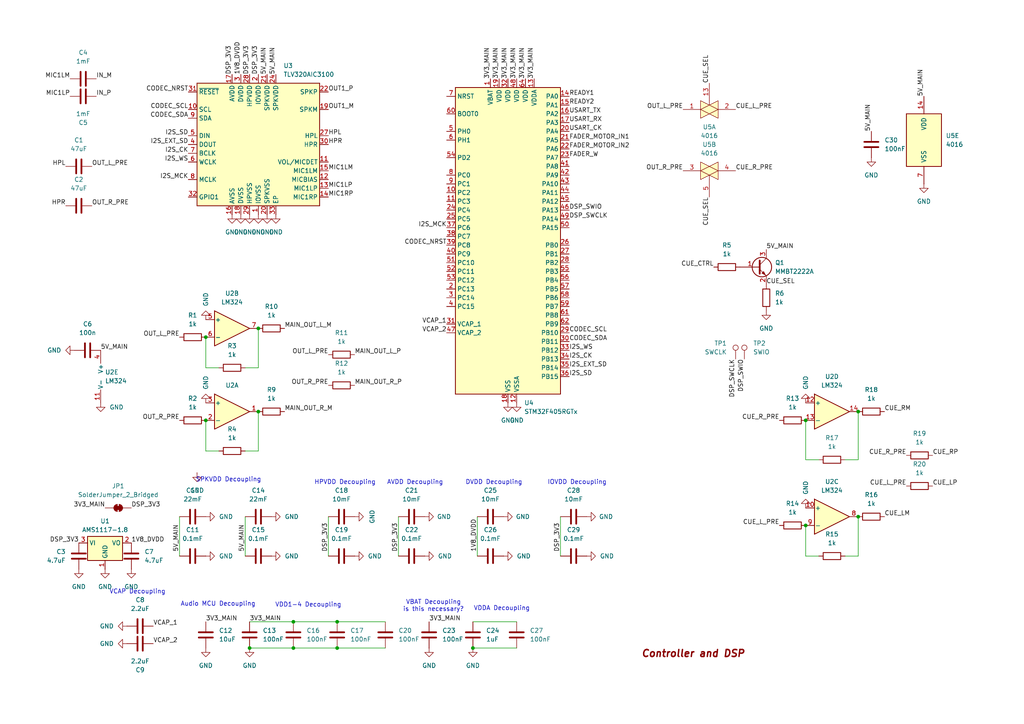
<source format=kicad_sch>
(kicad_sch (version 20231120) (generator "eeschema") (generator_version "8.0")
  (paper "A4")
  (lib_symbols
    (symbol "4xxx:4016" (pin_names (offset 1.016))
      (property "Reference" "U" (at -7.62 8.89 0))
      (property "Value" "4016" (at -7.62 -8.89 0))
      (symbol "4016_1_0"
        (polyline (pts (xy 0 1.27) (xy 0 2.54)) (stroke (width 0.1524)))
        (polyline (pts (xy -2.54 0) (xy 2.54 2.54) (xy 2.54 -2.54) (xy -2.54 0)) (fill (type background)))
        (polyline (pts (xy -2.54 2.54) (xy 2.54 0) (xy -2.54 -2.54) (xy -2.54 2.54)) (fill (type background)))
        (pin passive line (at -7.62 0 0) (length 5.08) (name "~") (number "1"))
        (pin input line (at 0 7.62 270) (length 5.08) (name "~") (number "13"))
        (pin passive line (at 7.62 0 180) (length 5.08) (name "~") (number "2"))
      )
      (symbol "4016_2_0"
        (polyline (pts (xy 0 1.27) (xy 0 2.54)) (stroke (width 0.1524)))
        (polyline (pts (xy -2.54 0) (xy 2.54 2.54) (xy 2.54 -2.54) (xy -2.54 0)) (fill (type background)))
        (polyline (pts (xy -2.54 2.54) (xy 2.54 0) (xy -2.54 -2.54) (xy -2.54 2.54)) (fill (type background)))
        (pin passive line (at 7.62 0 180) (length 5.08) (name "~") (number "3"))
        (pin passive line (at -7.62 0 0) (length 5.08) (name "~") (number "4"))
        (pin input line (at 0 7.62 270) (length 5.08) (name "~") (number "5"))
      )
      (symbol "4016_3_0"
        (polyline (pts (xy 0 1.27) (xy 0 2.54)) (stroke (width 0.1524)))
        (polyline (pts (xy -2.54 0) (xy 2.54 2.54) (xy 2.54 -2.54) (xy -2.54 0)) (fill (type background)))
        (polyline (pts (xy -2.54 2.54) (xy 2.54 0) (xy -2.54 -2.54) (xy -2.54 2.54)) (fill (type background)))
        (pin input line (at 0 7.62 270) (length 5.08) (name "~") (number "6"))
        (pin passive line (at -7.62 0 0) (length 5.08) (name "~") (number "8"))
        (pin passive line (at 7.62 0 180) (length 5.08) (name "~") (number "9"))
      )
      (symbol "4016_4_0"
        (polyline (pts (xy 0 1.27) (xy 0 2.54)) (stroke (width 0.1524)))
        (polyline (pts (xy -2.54 0) (xy 2.54 2.54) (xy 2.54 -2.54) (xy -2.54 0)) (fill (type background)))
        (polyline (pts (xy -2.54 2.54) (xy 2.54 0) (xy -2.54 -2.54) (xy -2.54 2.54)) (fill (type background)))
        (pin passive line (at 7.62 0 180) (length 5.08) (name "~") (number "10"))
        (pin passive line (at -7.62 0 0) (length 5.08) (name "~") (number "11"))
        (pin input line (at 0 7.62 270) (length 5.08) (name "~") (number "12"))
      )
      (symbol "4016_5_0"
        (pin power_in line (at 0 12.7 270) (length 5.08) (name "VDD") (number "14"))
        (pin power_in line (at 0 -12.7 90) (length 5.08) (name "VSS") (number "7"))
      )
      (symbol "4016_5_1"
        (rectangle (start -5.08 7.62) (end 5.08 -7.62) (stroke (width 0.254)) (fill (type background)))
      )
    )
    (symbol "Amplifier_Operational:LM324" (pin_names (offset 0.127))
      (property "Reference" "U" (at 0 5.08 0))
      (property "Value" "LM324" (at 0 -5.08 0))
      (symbol "LM324_1_1"
        (polyline (pts (xy -5.08 5.08) (xy 5.08 0) (xy -5.08 -5.08) (xy -5.08 5.08)) (stroke (width 0.254)) (fill (type background)))
        (pin output line (at 7.62 0 180) (length 2.54) (name "~") (number "1"))
        (pin input line (at -7.62 -2.54 0) (length 2.54) (name "-") (number "2"))
        (pin input line (at -7.62 2.54 0) (length 2.54) (name "+") (number "3"))
      )
      (symbol "LM324_2_1"
        (polyline (pts (xy -5.08 5.08) (xy 5.08 0) (xy -5.08 -5.08) (xy -5.08 5.08)) (stroke (width 0.254)) (fill (type background)))
        (pin input line (at -7.62 2.54 0) (length 2.54) (name "+") (number "5"))
        (pin input line (at -7.62 -2.54 0) (length 2.54) (name "-") (number "6"))
        (pin output line (at 7.62 0 180) (length 2.54) (name "~") (number "7"))
      )
      (symbol "LM324_3_1"
        (polyline (pts (xy -5.08 5.08) (xy 5.08 0) (xy -5.08 -5.08) (xy -5.08 5.08)) (stroke (width 0.254)) (fill (type background)))
        (pin input line (at -7.62 2.54 0) (length 2.54) (name "+") (number "10"))
        (pin output line (at 7.62 0 180) (length 2.54) (name "~") (number "8"))
        (pin input line (at -7.62 -2.54 0) (length 2.54) (name "-") (number "9"))
      )
      (symbol "LM324_4_1"
        (polyline (pts (xy -5.08 5.08) (xy 5.08 0) (xy -5.08 -5.08) (xy -5.08 5.08)) (stroke (width 0.254)) (fill (type background)))
        (pin input line (at -7.62 2.54 0) (length 2.54) (name "+") (number "12"))
        (pin input line (at -7.62 -2.54 0) (length 2.54) (name "-") (number "13"))
        (pin output line (at 7.62 0 180) (length 2.54) (name "~") (number "14"))
      )
      (symbol "LM324_5_1"
        (pin power_in line (at -2.54 -7.62 90) (length 3.81) (name "V-") (number "11"))
        (pin power_in line (at -2.54 7.62 270) (length 3.81) (name "V+") (number "4"))
      )
    )
    (symbol "Audio:TLV320AIC3100"
      (property "Reference" "U" (at -15.24 20.32 0))
      (property "Value" "TLV320AIC3100" (at 0 0 0))
      (symbol "TLV320AIC3100_0_1"
        (rectangle (start -17.78 17.78) (end 17.78 -17.78) (stroke (width 0.254)) (fill (type background)))
      )
      (symbol "TLV320AIC3100_1_1"
        (pin power_in line (at 0 -20.32 90) (length 2.54) (name "IOVSS") (number "1"))
        (pin input line (at -20.32 10.16 0) (length 2.54) (name "SCL") (number "10"))
        (pin input line (at 20.32 -5.08 180) (length 2.54) (name "VOL/MICDET") (number "11"))
        (pin power_out line (at 20.32 -10.16 180) (length 2.54) (name "MICBIAS") (number "12"))
        (pin input line (at 20.32 -12.7 180) (length 2.54) (name "MIC1LP") (number "13"))
        (pin input line (at 20.32 -15.24 180) (length 2.54) (name "MIC1RP") (number "14"))
        (pin input line (at 20.32 -7.62 180) (length 2.54) (name "MIC1LM") (number "15"))
        (pin power_in line (at -7.62 -20.32 90) (length 2.54) (name "AVSS") (number "16"))
        (pin power_in line (at -7.62 20.32 270) (length 2.54) (name "AVDD") (number "17"))
        (pin power_in line (at -5.08 -20.32 90) (length 2.54) (name "DVSS") (number "18"))
        (pin output line (at 20.32 10.16 180) (length 2.54) (name "SPKM") (number "19"))
        (pin power_in line (at 0 20.32 270) (length 2.54) (name "IOVDD") (number "2"))
        (pin power_in line (at 2.54 -20.32 90) (length 2.54) (name "SPKVSS") (number "20"))
        (pin power_in line (at 2.54 20.32 270) (length 2.54) (name "SPKVDD") (number "21"))
        (pin output line (at 20.32 15.24 180) (length 2.54) (name "SPKP") (number "22"))
        (pin passive line (at 20.32 10.16 180) (length 2.54) hide (name "SPKM") (number "23"))
        (pin power_in line (at 5.08 20.32 270) (length 2.54) (name "SPKVDD") (number "24"))
        (pin passive line (at 2.54 -20.32 90) (length 2.54) hide (name "SPKVSS") (number "25"))
        (pin passive line (at 20.32 15.24 180) (length 2.54) hide (name "SPKP") (number "26"))
        (pin output line (at 20.32 2.54 180) (length 2.54) (name "HPL") (number "27"))
        (pin power_in line (at -2.54 20.32 270) (length 2.54) (name "HPVDD") (number "28"))
        (pin power_in line (at -2.54 -20.32 90) (length 2.54) (name "HPVSS") (number "29"))
        (pin power_in line (at -5.08 20.32 270) (length 2.54) (name "DVDD") (number "3"))
        (pin output line (at 20.32 0 180) (length 2.54) (name "HPR") (number "30"))
        (pin input line (at -20.32 15.24 0) (length 2.54) (name "~{RESET}") (number "31"))
        (pin bidirectional line (at -20.32 -15.24 0) (length 2.54) (name "GPIO1") (number "32"))
        (pin power_in line (at 5.08 -20.32 90) (length 2.54) (name "EP") (number "33"))
        (pin output line (at -20.32 0 0) (length 2.54) (name "DOUT") (number "4"))
        (pin input line (at -20.32 2.54 0) (length 2.54) (name "DIN") (number "5"))
        (pin bidirectional line (at -20.32 -5.08 0) (length 2.54) (name "WCLK") (number "6"))
        (pin bidirectional line (at -20.32 -2.54 0) (length 2.54) (name "BCLK") (number "7"))
        (pin input line (at -20.32 -10.16 0) (length 2.54) (name "MCLK") (number "8"))
        (pin bidirectional line (at -20.32 7.62 0) (length 2.54) (name "SDA") (number "9"))
      )
    )
    (symbol "Connector:TestPoint" (pin_numbers hide) (pin_names (offset 0.762) hide)
      (property "Reference" "TP" (at 0 6.858 0))
      (property "Value" "TestPoint" (at 0 5.08 0))
      (symbol "TestPoint_0_1"
        (circle (center 0 3.302) (radius 0.762))
      )
      (symbol "TestPoint_1_1"
        (pin passive line (at 0 0 90) (length 2.54) (name "1") (number "1"))
      )
    )
    (symbol "Device:C" (pin_numbers hide) (pin_names (offset 0.254))
      (property "Reference" "C" (at 0.635 2.54 0))
      (property "Value" "C" (at 0.635 -2.54 0))
      (symbol "C_0_1"
        (polyline (pts (xy -2.032 -0.762) (xy 2.032 -0.762)) (stroke (width 0.508)))
        (polyline (pts (xy -2.032 0.762) (xy 2.032 0.762)) (stroke (width 0.508)))
      )
      (symbol "C_1_1"
        (pin passive line (at 0 3.81 270) (length 2.794) (name "~") (number "1"))
        (pin passive line (at 0 -3.81 90) (length 2.794) (name "~") (number "2"))
      )
    )
    (symbol "Device:R" (pin_numbers hide) (pin_names (offset 0))
      (property "Reference" "R" (at 2.032 0 90))
      (property "Value" "R" (at 0 0 90))
      (symbol "R_0_1"
        (rectangle (start -1.016 -2.54) (end 1.016 2.54) (stroke (width 0.254)))
      )
      (symbol "R_1_1"
        (pin passive line (at 0 3.81 270) (length 1.27) (name "~") (number "1"))
        (pin passive line (at 0 -3.81 90) (length 1.27) (name "~") (number "2"))
      )
    )
    (symbol "Jumper:SolderJumper_2_Bridged" (pin_numbers hide) (pin_names (offset 0) hide) (exclude_from_sim yes) (in_bom no)
      (property "Reference" "JP" (at 0 2.032 0))
      (property "Value" "SolderJumper_2_Bridged" (at 0 -2.54 0))
      (symbol "SolderJumper_2_Bridged_0_1"
        (rectangle (start -0.508 0.508) (end 0.508 -0.508) (fill (type outline)))
        (arc (start -0.254 1.016) (mid -1.2656 0) (end -0.254 -1.016))
        (arc (start -0.254 1.016) (mid -1.2656 0) (end -0.254 -1.016) (fill (type outline)))
        (polyline (pts (xy -0.254 1.016) (xy -0.254 -1.016)))
        (polyline (pts (xy 0.254 1.016) (xy 0.254 -1.016)))
        (arc (start 0.254 -1.016) (mid 1.2656 0) (end 0.254 1.016))
        (arc (start 0.254 -1.016) (mid 1.2656 0) (end 0.254 1.016) (fill (type outline)))
      )
      (symbol "SolderJumper_2_Bridged_1_1"
        (pin passive line (at -3.81 0 0) (length 2.54) (name "A") (number "1"))
        (pin passive line (at 3.81 0 180) (length 2.54) (name "B") (number "2"))
      )
    )
    (symbol "MCU_ST_STM32F4:STM32F405RGTx"
      (property "Reference" "U" (at -15.24 46.99 0))
      (property "Value" "STM32F405RGTx" (at 10.16 46.99 0))
      (symbol "STM32F405RGTx_0_1"
        (rectangle (start -15.24 -43.18) (end 15.24 45.72) (stroke (width 0.254)) (fill (type background)))
      )
      (symbol "STM32F405RGTx_1_1"
        (pin power_in line (at -5.08 48.26 270) (length 2.54) (name "VBAT") (number "1"))
        (pin bidirectional line (at -17.78 15.24 0) (length 2.54) (name "PC2") (number "10"))
        (pin bidirectional line (at -17.78 12.7 0) (length 2.54) (name "PC3") (number "11"))
        (pin power_in line (at 2.54 -45.72 90) (length 2.54) (name "VSSA") (number "12"))
        (pin power_in line (at 7.62 48.26 270) (length 2.54) (name "VDDA") (number "13"))
        (pin bidirectional line (at 17.78 43.18 180) (length 2.54) (name "PA0") (number "14"))
        (pin bidirectional line (at 17.78 40.64 180) (length 2.54) (name "PA1") (number "15"))
        (pin bidirectional line (at 17.78 38.1 180) (length 2.54) (name "PA2") (number "16"))
        (pin bidirectional line (at 17.78 35.56 180) (length 2.54) (name "PA3") (number "17"))
        (pin power_in line (at 0 -45.72 90) (length 2.54) (name "VSS") (number "18"))
        (pin power_in line (at -2.54 48.26 270) (length 2.54) (name "VDD") (number "19"))
        (pin bidirectional line (at -17.78 -12.7 0) (length 2.54) (name "PC13") (number "2"))
        (pin bidirectional line (at 17.78 33.02 180) (length 2.54) (name "PA4") (number "20"))
        (pin bidirectional line (at 17.78 30.48 180) (length 2.54) (name "PA5") (number "21"))
        (pin bidirectional line (at 17.78 27.94 180) (length 2.54) (name "PA6") (number "22"))
        (pin bidirectional line (at 17.78 25.4 180) (length 2.54) (name "PA7") (number "23"))
        (pin bidirectional line (at -17.78 10.16 0) (length 2.54) (name "PC4") (number "24"))
        (pin bidirectional line (at -17.78 7.62 0) (length 2.54) (name "PC5") (number "25"))
        (pin bidirectional line (at 17.78 0 180) (length 2.54) (name "PB0") (number "26"))
        (pin bidirectional line (at 17.78 -2.54 180) (length 2.54) (name "PB1") (number "27"))
        (pin bidirectional line (at 17.78 -5.08 180) (length 2.54) (name "PB2") (number "28"))
        (pin bidirectional line (at 17.78 -25.4 180) (length 2.54) (name "PB10") (number "29"))
        (pin bidirectional line (at -17.78 -15.24 0) (length 2.54) (name "PC14") (number "3"))
        (pin bidirectional line (at 17.78 -27.94 180) (length 2.54) (name "PB11") (number "30"))
        (pin power_out line (at -17.78 -22.86 0) (length 2.54) (name "VCAP_1") (number "31"))
        (pin power_in line (at 0 48.26 270) (length 2.54) (name "VDD") (number "32"))
        (pin bidirectional line (at 17.78 -30.48 180) (length 2.54) (name "PB12") (number "33"))
        (pin bidirectional line (at 17.78 -33.02 180) (length 2.54) (name "PB13") (number "34"))
        (pin bidirectional line (at 17.78 -35.56 180) (length 2.54) (name "PB14") (number "35"))
        (pin bidirectional line (at 17.78 -38.1 180) (length 2.54) (name "PB15") (number "36"))
        (pin bidirectional line (at -17.78 5.08 0) (length 2.54) (name "PC6") (number "37"))
        (pin bidirectional line (at -17.78 2.54 0) (length 2.54) (name "PC7") (number "38"))
        (pin bidirectional line (at -17.78 0 0) (length 2.54) (name "PC8") (number "39"))
        (pin bidirectional line (at -17.78 -17.78 0) (length 2.54) (name "PC15") (number "4"))
        (pin bidirectional line (at -17.78 -2.54 0) (length 2.54) (name "PC9") (number "40"))
        (pin bidirectional line (at 17.78 22.86 180) (length 2.54) (name "PA8") (number "41"))
        (pin bidirectional line (at 17.78 20.32 180) (length 2.54) (name "PA9") (number "42"))
        (pin bidirectional line (at 17.78 17.78 180) (length 2.54) (name "PA10") (number "43"))
        (pin bidirectional line (at 17.78 15.24 180) (length 2.54) (name "PA11") (number "44"))
        (pin bidirectional line (at 17.78 12.7 180) (length 2.54) (name "PA12") (number "45"))
        (pin bidirectional line (at 17.78 10.16 180) (length 2.54) (name "PA13") (number "46"))
        (pin power_out line (at -17.78 -25.4 0) (length 2.54) (name "VCAP_2") (number "47"))
        (pin power_in line (at 2.54 48.26 270) (length 2.54) (name "VDD") (number "48"))
        (pin bidirectional line (at 17.78 7.62 180) (length 2.54) (name "PA14") (number "49"))
        (pin bidirectional line (at -17.78 33.02 0) (length 2.54) (name "PH0") (number "5"))
        (pin bidirectional line (at 17.78 5.08 180) (length 2.54) (name "PA15") (number "50"))
        (pin bidirectional line (at -17.78 -5.08 0) (length 2.54) (name "PC10") (number "51"))
        (pin bidirectional line (at -17.78 -7.62 0) (length 2.54) (name "PC11") (number "52"))
        (pin bidirectional line (at -17.78 -10.16 0) (length 2.54) (name "PC12") (number "53"))
        (pin bidirectional line (at -17.78 25.4 0) (length 2.54) (name "PD2") (number "54"))
        (pin bidirectional line (at 17.78 -7.62 180) (length 2.54) (name "PB3") (number "55"))
        (pin bidirectional line (at 17.78 -10.16 180) (length 2.54) (name "PB4") (number "56"))
        (pin bidirectional line (at 17.78 -12.7 180) (length 2.54) (name "PB5") (number "57"))
        (pin bidirectional line (at 17.78 -15.24 180) (length 2.54) (name "PB6") (number "58"))
        (pin bidirectional line (at 17.78 -17.78 180) (length 2.54) (name "PB7") (number "59"))
        (pin bidirectional line (at -17.78 30.48 0) (length 2.54) (name "PH1") (number "6"))
        (pin input line (at -17.78 38.1 0) (length 2.54) (name "BOOT0") (number "60"))
        (pin bidirectional line (at 17.78 -20.32 180) (length 2.54) (name "PB8") (number "61"))
        (pin bidirectional line (at 17.78 -22.86 180) (length 2.54) (name "PB9") (number "62"))
        (pin passive line (at 0 -45.72 90) (length 2.54) hide (name "VSS") (number "63"))
        (pin power_in line (at 5.08 48.26 270) (length 2.54) (name "VDD") (number "64"))
        (pin input line (at -17.78 43.18 0) (length 2.54) (name "NRST") (number "7"))
        (pin bidirectional line (at -17.78 20.32 0) (length 2.54) (name "PC0") (number "8"))
        (pin bidirectional line (at -17.78 17.78 0) (length 2.54) (name "PC1") (number "9"))
      )
    )
    (symbol "Regulator_Linear:AMS1117-1.8"
      (property "Reference" "U" (at -3.81 3.175 0))
      (property "Value" "AMS1117-1.8" (at 0 3.175 0))
      (symbol "AMS1117-1.8_0_1"
        (rectangle (start -5.08 -5.08) (end 5.08 1.905) (stroke (width 0.254)) (fill (type background)))
      )
      (symbol "AMS1117-1.8_1_1"
        (pin power_in line (at 0 -7.62 90) (length 2.54) (name "GND") (number "1"))
        (pin power_out line (at 7.62 0 180) (length 2.54) (name "VO") (number "2"))
        (pin power_in line (at -7.62 0 0) (length 2.54) (name "VI") (number "3"))
      )
    )
    (symbol "Transistor_BJT:MMBT2222A" (pin_names (offset 0) hide)
      (property "Reference" "Q" (at 5.08 1.905 0))
      (property "Value" "MMBT2222A" (at 5.08 0 0))
      (symbol "MMBT2222A_0_1"
        (polyline (pts (xy 0.635 0.635) (xy 2.54 2.54)))
        (polyline (pts (xy 0.635 -0.635) (xy 2.54 -2.54) (xy 2.54 -2.54)))
        (polyline (pts (xy 0.635 1.905) (xy 0.635 -1.905) (xy 0.635 -1.905)) (stroke (width 0.508)))
        (polyline (pts (xy 1.27 -1.778) (xy 1.778 -1.27) (xy 2.286 -2.286) (xy 1.27 -1.778) (xy 1.27 -1.778)) (fill (type outline)))
        (circle (center 1.27 0) (radius 2.8194) (stroke (width 0.254)))
      )
      (symbol "MMBT2222A_1_1"
        (pin input line (at -5.08 0 0) (length 5.715) (name "B") (number "1"))
        (pin passive line (at 2.54 -5.08 90) (length 2.54) (name "E") (number "2"))
        (pin passive line (at 2.54 5.08 270) (length 2.54) (name "C") (number "3"))
      )
    )
    (symbol "power:GND" (power) (pin_numbers hide) (pin_names (offset 0) hide)
      (property "Value" "GND" (at 0 -3.81 0))
      (symbol "GND_0_1"
        (polyline (pts (xy 0 0) (xy 0 -1.27) (xy 1.27 -1.27) (xy 0 -2.54) (xy -1.27 -1.27) (xy 0 -1.27)))
      )
      (symbol "GND_1_1"
        (pin power_in line (at 0 0 270) (length 0) (name "~") (number "1"))
      )
    )
  )
  (junction (at 233.68 152.4))
  (junction (at 137.16 187.96))
  (junction (at 248.92 119.38))
  (junction (at 74.93 119.38))
  (junction (at 233.68 121.92))
  (junction (at 85.09 187.96))
  (junction (at 97.79 187.96))
  (junction (at 59.69 97.79))
  (junction (at 248.92 149.86))
  (junction (at 59.69 121.92))
  (junction (at 97.79 180.34))
  (junction (at 85.09 180.34))
  (junction (at 72.39 187.96))
  (junction (at 74.93 95.25))
  (wire (pts (xy 137.16 187.96) (xy 149.86 187.96)))
  (wire (pts (xy 72.39 187.96) (xy 85.09 187.96)))
  (wire (pts (xy 97.79 187.96) (xy 111.76 187.96)))
  (wire (pts (xy 97.79 180.34) (xy 111.76 180.34)))
  (wire (pts (xy 233.68 161.29) (xy 237.49 161.29)))
  (wire (pts (xy 74.93 119.38) (xy 74.93 130.81)))
  (wire (pts (xy 248.92 149.86) (xy 248.92 161.29)))
  (wire (pts (xy 52.07 149.86) (xy 52.07 161.29)))
  (wire (pts (xy 248.92 161.29) (xy 245.11 161.29)))
  (wire (pts (xy 85.09 187.96) (xy 97.79 187.96)))
  (wire (pts (xy 245.11 133.35) (xy 248.92 133.35)))
  (wire (pts (xy 115.57 149.86) (xy 115.57 161.29)))
  (wire (pts (xy 74.93 130.81) (xy 71.12 130.81)))
  (wire (pts (xy 95.25 149.86) (xy 95.25 161.29)))
  (wire (pts (xy 71.12 106.68) (xy 74.93 106.68)))
  (wire (pts (xy 74.93 106.68) (xy 74.93 95.25)))
  (wire (pts (xy 59.69 106.68) (xy 59.69 97.79)))
  (wire (pts (xy 59.69 121.92) (xy 59.69 130.81)))
  (wire (pts (xy 71.12 149.86) (xy 71.12 161.29)))
  (wire (pts (xy 233.68 133.35) (xy 233.68 121.92)))
  (wire (pts (xy 137.16 180.34) (xy 149.86 180.34)))
  (wire (pts (xy 59.69 130.81) (xy 63.5 130.81)))
  (wire (pts (xy 248.92 133.35) (xy 248.92 119.38)))
  (wire (pts (xy 233.68 161.29) (xy 233.68 152.4)))
  (wire (pts (xy 233.68 133.35) (xy 237.49 133.35)))
  (wire (pts (xy 72.39 180.34) (xy 85.09 180.34)))
  (wire (pts (xy 138.43 149.86) (xy 138.43 161.29)))
  (wire (pts (xy 162.56 149.86) (xy 162.56 161.29)))
  (wire (pts (xy 63.5 106.68) (xy 59.69 106.68)))
  (wire (pts (xy 85.09 180.34) (xy 97.79 180.34)))
  (text "VDDA Decoupling" (at 145.542 176.53 0) (effects (font (size 1.27 1.27))))
  (text "VCAP Decoupling\n" (at 39.878 171.704 0) (effects (font (size 1.27 1.27))))
  (text "Audio MCU Decoupling" (at 63.246 175.26 0) (effects (font (size 1.27 1.27))))
  (text "IOVDD Decoupling" (at 167.386 139.954 0) (effects (font (size 1.27 1.27))))
  (text "VDD1-4 Decoupling" (at 89.408 175.514 0) (effects (font (size 1.27 1.27))))
  (text "HPVDD Decoupling" (at 100.076 139.954 0) (effects (font (size 1.27 1.27))))
  (text "AVDD Decoupling\n" (at 120.396 139.954 0) (effects (font (size 1.27 1.27))))
  (text "Controller and DSP" (at 185.928 189.738 0) (effects (font (size 2.032 2.032) (thickness 0.4064) (bold yes) (italic yes)) (justify left)))
  (text "SPKVDD Decoupling\n" (at 66.294 139.192 0) (effects (font (size 1.27 1.27))))
  (text "VBAT Decoupling\nis this necessary?" (at 125.73 175.768 0) (effects (font (size 1.27 1.27))))
  (text "DVDD Decoupling" (at 143.256 139.954 0) (effects (font (size 1.27 1.27))))
  (label "MIC1RP" (at 95.25 57.15 0))
  (label "3V3_MAIN" (at 147.32 22.86 90))
  (label "CODEC_SCL" (at 165.1 96.52 0))
  (label "FADER_MOTOR_IN2" (at 165.1 43.18 0))
  (label "1V8_DVDD" (at 38.1 157.48 0))
  (label "CUE_R_PRE" (at 226.06 121.92 180))
  (label "USART_TX" (at 165.1 33.02 0))
  (label "OUT_L_PRE" (at 26.67 48.26 0))
  (label "CUE_RP" (at 270.51 132.08 0))
  (label "I2S_EXT_SD" (at 54.61 41.91 180))
  (label "MIC1LP" (at 20.32 27.94 180))
  (label "MAIN_OUT_R_P" (at 102.87 111.76 0))
  (label "MAIN_OUT_L_P" (at 102.87 102.87 0))
  (label "OUT_L_PRE" (at 198.12 31.75 180))
  (label "CODEC_SDA" (at 165.1 99.06 0))
  (label "DSP_3V3" (at 162.56 160.02 90))
  (label "IN_P" (at 27.94 27.94 0))
  (label "OUT_L_PRE" (at 95.25 102.87 180))
  (label "3V3_MAIN" (at 142.24 22.86 90))
  (label "READY1" (at 165.1 27.94 0))
  (label "3V3_MAIN" (at 149.86 22.86 90))
  (label "3V3_MAIN" (at 30.48 147.32 180))
  (label "3V3_MAIN" (at 152.4 22.86 90))
  (label "5V_MAIN" (at 267.97 27.94 90))
  (label "1V8_DVDD" (at 69.85 21.59 90))
  (label "VCAP_2" (at 129.54 96.52 180))
  (label "VCAP_1" (at 129.54 93.98 180))
  (label "3V3_MAIN" (at 72.39 180.34 0))
  (label "OUT_R_PRE" (at 198.12 49.53 180))
  (label "I2S_WS" (at 165.1 101.6 0))
  (label "MAIN_OUT_L_M" (at 82.55 95.25 0))
  (label "I2S_SD" (at 54.61 39.37 180))
  (label "VCAP_2" (at 44.45 186.69 0))
  (label "I2S_SD" (at 165.1 109.22 0))
  (label "5V_MAIN" (at 52.07 160.02 90))
  (label "5V_MAIN" (at 252.73 38.1 90))
  (label "CUE_R_PRE" (at 213.36 49.53 0))
  (label "HPR" (at 19.05 59.69 180))
  (label "CODEC_SCL" (at 54.61 31.75 180))
  (label "FADER_MOTOR_IN1" (at 165.1 40.64 0))
  (label "MIC1LM" (at 95.25 49.53 0))
  (label "I2S_EXT_SD" (at 165.1 106.68 0))
  (label "USART_RX" (at 165.1 35.56 0))
  (label "I2S_WS" (at 54.61 46.99 180))
  (label "VCAP_1" (at 44.45 181.61 0))
  (label "3V3_MAIN" (at 154.94 22.86 90))
  (label "OUT1_P" (at 95.25 26.67 0))
  (label "CUE_L_PRE" (at 226.06 152.4 180))
  (label "DSP_SWIO" (at 165.1 60.96 0))
  (label "MIC1LP" (at 95.25 54.61 0))
  (label "5V_MAIN" (at 222.25 72.39 0))
  (label "OUT_R_PRE" (at 26.67 59.69 0))
  (label "I2S_MCK" (at 54.61 52.07 180))
  (label "CUE_L_PRE" (at 213.36 31.75 0))
  (label "DSP_SWCLK" (at 165.1 63.5 0))
  (label "IN_M" (at 27.94 22.86 0))
  (label "I2S_CK" (at 165.1 104.14 0))
  (label "CUE_LP" (at 270.51 140.97 0))
  (label "DSP_SWIO" (at 215.9 104.14 270))
  (label "5V_MAIN" (at 71.12 160.02 90))
  (label "I2S_MCK" (at 129.54 66.04 180))
  (label "I2S_CK" (at 54.61 44.45 180))
  (label "DSP_SWCLK" (at 213.36 104.14 270))
  (label "OUT_R_PRE" (at 52.07 121.92 180))
  (label "CUE_SEL" (at 222.25 82.55 0))
  (label "CODEC_NRST" (at 54.61 26.67 180))
  (label "DSP_3V3" (at 22.86 157.48 180))
  (label "5V_MAIN" (at 29.21 101.6 0))
  (label "OUT_L_PRE" (at 52.07 97.79 180))
  (label "DSP_3V3" (at 74.93 21.59 90))
  (label "DSP_3V3" (at 95.25 160.02 90))
  (label "USART_CK" (at 165.1 38.1 0))
  (label "CODEC_NRST" (at 129.54 71.12 180))
  (label "DSP_3V3" (at 72.39 21.59 90))
  (label "CUE_SEL" (at 205.74 24.13 90))
  (label "5V_MAIN" (at 80.01 21.59 90))
  (label "CODEC_SDA" (at 54.61 34.29 180))
  (label "CUE_CTRL" (at 207.01 77.47 180))
  (label "CUE_LM" (at 256.54 149.86 0))
  (label "HPR" (at 95.25 41.91 0))
  (label "HPL" (at 19.05 48.26 180))
  (label "CUE_RM" (at 256.54 119.38 0))
  (label "FADER_W" (at 165.1 45.72 0))
  (label "1V8_DVDD" (at 138.43 160.02 90))
  (label "OUT_R_PRE" (at 95.25 111.76 180))
  (label "5V_MAIN" (at 77.47 21.59 90))
  (label "OUT1_M" (at 95.25 31.75 0))
  (label "DSP_3V3" (at 38.1 147.32 0))
  (label "3V3_MAIN" (at 144.78 22.86 90))
  (label "READY2" (at 165.1 30.48 0))
  (label "CUE_L_PRE" (at 262.89 140.97 180))
  (label "MAIN_OUT_R_M" (at 82.55 119.38 0))
  (label "3V3_MAIN" (at 124.46 180.34 0))
  (label "HPL" (at 95.25 39.37 0))
  (label "DSP_3V3" (at 67.31 21.59 90))
  (label "CUE_SEL" (at 205.74 57.15 270))
  (label "CUE_R_PRE" (at 262.89 132.08 180))
  (label "3V3_MAIN" (at 59.69 180.34 0))
  (label "DSP_3V3" (at 115.57 160.02 90))
  (label "MIC1LM" (at 20.32 22.86 180))
  (symbol (lib_id "Device:C") (at 38.1 161.29 180) (unit 1)
    (property "Reference" "C7" (at 41.91 160.0199 0) (effects (justify right)))
    (property "Value" "4.7uF" (at 41.91 162.5599 0) (effects (justify right)))
    (property "Footprint" "Capacitor_SMD:C_0603_1608Metric" (effects (hide yes)))
    (property "Description" "Unpolarized capacitor" (effects (hide yes)))
  )
  (symbol (lib_id "Device:C") (at 99.06 161.29 90) (unit 1)
    (property "Reference" "C19" (at 99.06 153.67 90))
    (property "Value" "0.1mF" (at 99.06 156.21 90))
    (property "Footprint" "Capacitor_SMD:C_0603_1608Metric" (effects (hide yes)))
    (property "Description" "Unpolarized capacitor" (effects (hide yes)))
  )
  (symbol (lib_id "power:GND") (at 59.69 116.84 180) (unit 1)
    (property "Reference" "#PWR024" (effects (hide yes)))
    (property "Value" "GND" (at 59.6901 113.03 90) (effects (justify right)))
    (property "Description" "Power symbol creates a global label with name \"GND\" , ground" (effects (hide yes)))
  )
  (symbol (lib_id "Device:C") (at 24.13 27.94 90) (mirror x) (unit 1)
    (property "Reference" "C5" (at 24.13 35.56 90))
    (property "Value" "1mF" (at 24.13 33.02 90))
    (property "Footprint" "Capacitor_SMD:C_0603_1608Metric" (effects (hide yes)))
    (property "Description" "Unpolarized capacitor" (effects (hide yes)))
  )
  (symbol (lib_id "Device:C") (at 119.38 161.29 90) (unit 1)
    (property "Reference" "C22" (at 119.38 153.67 90))
    (property "Value" "0.1mF" (at 119.38 156.21 90))
    (property "Footprint" "Capacitor_SMD:C_0603_1608Metric" (effects (hide yes)))
    (property "Description" "Unpolarized capacitor" (effects (hide yes)))
  )
  (symbol (lib_id "Device:R") (at 67.31 106.68 90) (unit 1)
    (property "Reference" "R3" (at 67.31 100.33 90))
    (property "Value" "1k" (at 67.31 102.87 90))
    (property "Footprint" "Resistor_SMD:R_0603_1608Metric" (effects (hide yes)))
    (property "Description" "Resistor" (effects (hide yes)))
  )
  (symbol (lib_id "Device:C") (at 74.93 149.86 90) (unit 1)
    (property "Reference" "C14" (at 74.93 142.24 90))
    (property "Value" "22mF" (at 74.93 144.78 90))
    (property "Footprint" "Capacitor_SMD:C_0603_1608Metric" (effects (hide yes)))
    (property "Description" "Unpolarized capacitor" (effects (hide yes)))
  )
  (symbol (lib_id "power:GND") (at 170.18 161.29 90) (unit 1)
    (property "Reference" "#PWR033" (effects (hide yes)))
    (property "Value" "GND" (at 173.99 161.2899 90) (effects (justify right)))
    (property "Description" "Power symbol creates a global label with name \"GND\" , ground" (effects (hide yes)))
  )
  (symbol (lib_id "power:GND") (at 36.83 181.61 270) (unit 1)
    (property "Reference" "#PWR05" (effects (hide yes)))
    (property "Value" "GND" (at 33.02 181.6099 90) (effects (justify right)))
    (property "Description" "Power symbol creates a global label with name \"GND\" , ground" (effects (hide yes)))
  )
  (symbol (lib_id "4xxx:4016") (at 306.07 39.37 0) (unit 3)
    (property "Reference" "U5" (at 306.07 44.45 0))
    (property "Value" "4016" (at 306.07 46.99 0))
    (property "Footprint" "Package_SO:SOIC-14_3.9x8.7mm_P1.27mm" (effects (hide yes)))
    (property "Datasheet" "http://www.ti.com/lit/ds/symlink/cd4016b.pdf" (effects (hide yes)))
    (property "Description" "Quad Analog Switches" (effects (hide yes)))
  )
  (symbol (lib_id "power:GND") (at 36.83 186.69 270) (unit 1)
    (property "Reference" "#PWR06" (effects (hide yes)))
    (property "Value" "GND" (at 33.02 186.6899 90) (effects (justify right)))
    (property "Description" "Power symbol creates a global label with name \"GND\" , ground" (effects (hide yes)))
  )
  (symbol (lib_id "Device:C") (at 55.88 149.86 90) (unit 1)
    (property "Reference" "C10" (at 55.88 142.24 90))
    (property "Value" "22mF" (at 55.88 144.78 90))
    (property "Footprint" "Capacitor_SMD:C_0603_1608Metric" (effects (hide yes)))
    (property "Description" "Unpolarized capacitor" (effects (hide yes)))
  )
  (symbol (lib_id "Device:R") (at 241.3 161.29 90) (unit 1)
    (property "Reference" "R15" (at 241.3 154.94 90))
    (property "Value" "1k" (at 241.3 157.48 90))
    (property "Footprint" "Resistor_SMD:R_0603_1608Metric" (effects (hide yes)))
    (property "Description" "Resistor" (effects (hide yes)))
  )
  (symbol (lib_id "power:GND") (at 149.86 116.84 0) (unit 1)
    (property "Reference" "#PWR034" (effects (hide yes)))
    (property "Value" "GND" (at 149.86 121.92 0))
    (property "Description" "Power symbol creates a global label with name \"GND\" , ground" (effects (hide yes)))
  )
  (symbol (lib_id "power:GND") (at 21.59 101.6 270) (unit 1)
    (property "Reference" "#PWR01" (effects (hide yes)))
    (property "Value" "GND" (at 17.78 101.5999 90) (effects (justify right)))
    (property "Description" "Power symbol creates a global label with name \"GND\" , ground" (effects (hide yes)))
  )
  (symbol (lib_id "4xxx:4016") (at 267.97 40.64 0) (unit 5)
    (property "Reference" "U5" (at 274.32 39.3699 0) (effects (justify left)))
    (property "Value" "4016" (at 274.32 41.9099 0) (effects (justify left)))
    (property "Footprint" "Package_SO:SOIC-14_3.9x8.7mm_P1.27mm" (effects (hide yes)))
    (property "Datasheet" "http://www.ti.com/lit/ds/symlink/cd4016b.pdf" (effects (hide yes)))
    (property "Description" "Quad Analog Switches" (effects (hide yes)))
  )
  (symbol (lib_id "Device:C") (at 72.39 184.15 180) (unit 1)
    (property "Reference" "C13" (at 76.2 182.8799 0) (effects (justify right)))
    (property "Value" "100nF" (at 76.2 185.4199 0) (effects (justify right)))
    (property "Footprint" "Capacitor_SMD:C_0603_1608Metric" (effects (hide yes)))
    (property "Description" "Unpolarized capacitor" (effects (hide yes)))
  )
  (symbol (lib_id "Device:R") (at 266.7 132.08 90) (unit 1)
    (property "Reference" "R19" (at 266.7 125.73 90))
    (property "Value" "1k" (at 266.7 128.27 90))
    (property "Footprint" "Resistor_SMD:R_0603_1608Metric" (effects (hide yes)))
    (property "Description" "Resistor" (effects (hide yes)))
  )
  (symbol (lib_id "Device:R") (at 55.88 97.79 90) (unit 1)
    (property "Reference" "R1" (at 55.88 91.44 90))
    (property "Value" "1k" (at 55.88 93.98 90))
    (property "Footprint" "Resistor_SMD:R_0603_1608Metric" (effects (hide yes)))
    (property "Description" "Resistor" (effects (hide yes)))
  )
  (symbol (lib_id "Device:R") (at 252.73 119.38 90) (unit 1)
    (property "Reference" "R18" (at 252.73 113.03 90))
    (property "Value" "1k" (at 252.73 115.57 90))
    (property "Footprint" "Resistor_SMD:R_0603_1608Metric" (effects (hide yes)))
    (property "Description" "Resistor" (effects (hide yes)))
  )
  (symbol (lib_id "Device:R") (at 229.87 121.92 90) (unit 1)
    (property "Reference" "R13" (at 229.87 115.57 90))
    (property "Value" "1k" (at 229.87 118.11 90))
    (property "Footprint" "Resistor_SMD:R_0603_1608Metric" (effects (hide yes)))
    (property "Description" "Resistor" (effects (hide yes)))
  )
  (symbol (lib_id "MCU_ST_STM32F4:STM32F405RGTx") (at 147.32 71.12 0) (unit 1)
    (property "Reference" "U4" (at 152.0541 116.84 0) (effects (justify left)))
    (property "Value" "STM32F405RGTx" (at 152.0541 119.38 0) (effects (justify left)))
    (property "Footprint" "Package_QFP:LQFP-64_10x10mm_P0.5mm" (effects (hide yes)))
    (property "Datasheet" "https://www.st.com/resource/en/datasheet/stm32f405rg.pdf" (effects (hide yes)))
    (property "Description" "STMicroelectronics Arm Cortex-M4 MCU, 1024KB flash, 192KB RAM, 168 MHz, 1.8-3.6V, 51 GPIO, LQFP64" (effects (hide yes)))
  )
  (symbol (lib_id "power:GND") (at 137.16 187.96 0) (unit 1)
    (property "Reference" "#PWR028" (effects (hide yes)))
    (property "Value" "GND" (at 137.16 193.04 0))
    (property "Description" "Power symbol creates a global label with name \"GND\" , ground" (effects (hide yes)))
  )
  (symbol (lib_id "Device:C") (at 142.24 161.29 90) (unit 1)
    (property "Reference" "C26" (at 142.24 153.67 90))
    (property "Value" "0.1mF" (at 142.24 156.21 90))
    (property "Footprint" "Capacitor_SMD:C_0603_1608Metric" (effects (hide yes)))
    (property "Description" "Unpolarized capacitor" (effects (hide yes)))
  )
  (symbol (lib_id "Device:C") (at 99.06 149.86 90) (unit 1)
    (property "Reference" "C18" (at 99.06 142.24 90))
    (property "Value" "10mF" (at 99.06 144.78 90))
    (property "Footprint" "Capacitor_SMD:C_0603_1608Metric" (effects (hide yes)))
    (property "Description" "Unpolarized capacitor" (effects (hide yes)))
  )
  (symbol (lib_id "Device:R") (at 78.74 119.38 90) (unit 1)
    (property "Reference" "R9" (at 78.74 113.03 90))
    (property "Value" "1k" (at 78.74 115.57 90))
    (property "Footprint" "Resistor_SMD:R_0603_1608Metric" (effects (hide yes)))
    (property "Description" "Resistor" (effects (hide yes)))
  )
  (symbol (lib_id "Device:C") (at 149.86 184.15 180) (unit 1)
    (property "Reference" "C27" (at 153.67 182.8799 0) (effects (justify right)))
    (property "Value" "100nF" (at 153.67 185.4199 0) (effects (justify right)))
    (property "Footprint" "Capacitor_SMD:C_0603_1608Metric" (effects (hide yes)))
    (property "Description" "Unpolarized capacitor" (effects (hide yes)))
  )
  (symbol (lib_id "Device:R") (at 99.06 102.87 90) (unit 1)
    (property "Reference" "R11" (at 99.06 96.52 90))
    (property "Value" "1k" (at 99.06 99.06 90))
    (property "Footprint" "Resistor_SMD:R_0603_1608Metric" (effects (hide yes)))
    (property "Description" "Resistor" (effects (hide yes)))
  )
  (symbol (lib_id "power:GND") (at 69.85 62.23 0) (unit 1)
    (property "Reference" "#PWR013" (effects (hide yes)))
    (property "Value" "GND" (at 69.85 67.31 0))
    (property "Description" "Power symbol creates a global label with name \"GND\" , ground" (effects (hide yes)))
  )
  (symbol (lib_id "power:GND") (at 59.69 149.86 90) (unit 1)
    (property "Reference" "#PWR09" (effects (hide yes)))
    (property "Value" "GND" (at 63.5 149.8599 90) (effects (justify right)))
    (property "Description" "Power symbol creates a global label with name \"GND\" , ground" (effects (hide yes)))
  )
  (symbol (lib_id "Amplifier_Operational:LM324") (at 241.3 119.38 0) (unit 4)
    (property "Reference" "U2" (at 241.3 109.22 0))
    (property "Value" "LM324" (at 241.3 111.76 0))
    (property "Datasheet" "http://www.ti.com/lit/ds/symlink/lm2902-n.pdf" (effects (hide yes)))
    (property "Description" "Low-Power, Quad-Operational Amplifiers, DIP-14/SOIC-14/SSOP-14" (effects (hide yes)))
  )
  (symbol (lib_id "4xxx:4016") (at 304.8 59.69 180) (unit 4)
    (property "Reference" "U5" (at 304.8 52.07 0))
    (property "Value" "4016" (at 304.8 54.61 0))
    (property "Footprint" "Package_SO:SOIC-14_3.9x8.7mm_P1.27mm" (effects (hide yes)))
    (property "Datasheet" "http://www.ti.com/lit/ds/symlink/cd4016b.pdf" (effects (hide yes)))
    (property "Description" "Quad Analog Switches" (effects (hide yes)))
  )
  (symbol (lib_id "power:GND") (at 72.39 187.96 0) (unit 1)
    (property "Reference" "#PWR015" (effects (hide yes)))
    (property "Value" "GND" (at 72.39 193.04 0))
    (property "Description" "Power symbol creates a global label with name \"GND\" , ground" (effects (hide yes)))
  )
  (symbol (lib_id "power:GND") (at 59.69 92.71 180) (unit 1)
    (property "Reference" "#PWR023" (effects (hide yes)))
    (property "Value" "GND" (at 59.6901 88.9 90) (effects (justify right)))
    (property "Description" "Power symbol creates a global label with name \"GND\" , ground" (effects (hide yes)))
  )
  (symbol (lib_id "power:GND") (at 59.69 187.96 0) (unit 1)
    (property "Reference" "#PWR011" (effects (hide yes)))
    (property "Value" "GND" (at 59.69 193.04 0))
    (property "Description" "Power symbol creates a global label with name \"GND\" , ground" (effects (hide yes)))
  )
  (symbol (lib_id "power:GND") (at 233.68 147.32 180) (unit 1)
    (property "Reference" "#PWR043" (effects (hide yes)))
    (property "Value" "GND" (at 233.6801 143.51 90) (effects (justify right)))
    (property "Description" "Power symbol creates a global label with name \"GND\" , ground" (effects (hide yes)))
  )
  (symbol (lib_id "power:GND") (at 252.73 45.72 0) (unit 1)
    (property "Reference" "#PWR036" (effects (hide yes)))
    (property "Value" "GND" (at 252.73 50.8 0))
    (property "Description" "Power symbol creates a global label with name \"GND\" , ground" (effects (hide yes)))
  )
  (symbol (lib_id "power:GND") (at 38.1 165.1 0) (unit 1)
    (property "Reference" "#PWR07" (effects (hide yes)))
    (property "Value" "GND" (at 38.1 170.18 0))
    (property "Description" "Power symbol creates a global label with name \"GND\" , ground" (effects (hide yes)))
  )
  (symbol (lib_id "4xxx:4016") (at 205.74 31.75 0) (unit 1)
    (property "Reference" "U5" (at 205.74 36.83 0))
    (property "Value" "4016" (at 205.74 39.37 0))
    (property "Footprint" "Package_SO:SOIC-14_3.9x8.7mm_P1.27mm" (effects (hide yes)))
    (property "Datasheet" "http://www.ti.com/lit/ds/symlink/cd4016b.pdf" (effects (hide yes)))
    (property "Description" "Quad Analog Switches" (effects (hide yes)))
  )
  (symbol (lib_id "power:GND") (at 67.31 62.23 0) (unit 1)
    (property "Reference" "#PWR012" (effects (hide yes)))
    (property "Value" "GND" (at 67.31 67.31 0))
    (property "Description" "Power symbol creates a global label with name \"GND\" , ground" (effects (hide yes)))
  )
  (symbol (lib_id "power:GND") (at 22.86 165.1 0) (unit 1)
    (property "Reference" "#PWR02" (effects (hide yes)))
    (property "Value" "GND" (at 22.86 170.18 0))
    (property "Description" "Power symbol creates a global label with name \"GND\" , ground" (effects (hide yes)))
  )
  (symbol (lib_id "power:GND") (at 123.19 149.86 90) (mirror x) (unit 1)
    (property "Reference" "#PWR025" (effects (hide yes)))
    (property "Value" "GND" (at 128.778 149.86 90))
    (property "Description" "Power symbol creates a global label with name \"GND\" , ground" (effects (hide yes)))
  )
  (symbol (lib_id "power:GND") (at 80.01 62.23 0) (unit 1)
    (property "Reference" "#PWR020" (effects (hide yes)))
    (property "Value" "GND" (at 80.01 67.31 0))
    (property "Description" "Power symbol creates a global label with name \"GND\" , ground" (effects (hide yes)))
  )
  (symbol (lib_id "Device:C") (at 22.86 161.29 0) (mirror x) (unit 1)
    (property "Reference" "C3" (at 19.05 160.0199 0) (effects (justify right)))
    (property "Value" "4.7uF" (at 19.05 162.5599 0) (effects (justify right)))
    (property "Footprint" "Capacitor_SMD:C_0603_1608Metric" (effects (hide yes)))
    (property "Description" "Unpolarized capacitor" (effects (hide yes)))
  )
  (symbol (lib_id "Device:C") (at 22.86 59.69 90) (unit 1)
    (property "Reference" "C2" (at 22.86 52.07 90))
    (property "Value" "47uF" (at 22.86 54.61 90))
    (property "Footprint" "Capacitor_SMD:C_0603_1608Metric" (effects (hide yes)))
    (property "Description" "Unpolarized capacitor" (effects (hide yes)))
  )
  (symbol (lib_id "Device:C") (at 166.37 161.29 90) (unit 1)
    (property "Reference" "C29" (at 166.37 153.67 90))
    (property "Value" "0.1mF" (at 166.37 156.21 90))
    (property "Footprint" "Capacitor_SMD:C_0603_1608Metric" (effects (hide yes)))
    (property "Description" "Unpolarized capacitor" (effects (hide yes)))
  )
  (symbol (lib_id "Device:R") (at 78.74 95.25 90) (unit 1)
    (property "Reference" "R10" (at 78.74 88.9 90))
    (property "Value" "1k" (at 78.74 91.44 90))
    (property "Footprint" "Resistor_SMD:R_0603_1608Metric" (effects (hide yes)))
    (property "Description" "Resistor" (effects (hide yes)))
  )
  (symbol (lib_id "Device:R") (at 241.3 133.35 90) (unit 1)
    (property "Reference" "R17" (at 241.3 127 90))
    (property "Value" "1k" (at 241.3 129.54 90))
    (property "Footprint" "Resistor_SMD:R_0603_1608Metric" (effects (hide yes)))
    (property "Description" "Resistor" (effects (hide yes)))
  )
  (symbol (lib_id "Device:C") (at 111.76 184.15 180) (unit 1)
    (property "Reference" "C20" (at 115.57 182.8799 0) (effects (justify right)))
    (property "Value" "100nF" (at 115.57 185.4199 0) (effects (justify right)))
    (property "Footprint" "Capacitor_SMD:C_0603_1608Metric" (effects (hide yes)))
    (property "Description" "Unpolarized capacitor" (effects (hide yes)))
  )
  (symbol (lib_id "power:GND") (at 59.69 161.29 90) (unit 1)
    (property "Reference" "#PWR010" (effects (hide yes)))
    (property "Value" "GND" (at 63.5 161.2899 90) (effects (justify right)))
    (property "Description" "Power symbol creates a global label with name \"GND\" , ground" (effects (hide yes)))
  )
  (symbol (lib_id "Device:C") (at 137.16 184.15 180) (unit 1)
    (property "Reference" "C24" (at 140.97 182.8799 0) (effects (justify right)))
    (property "Value" "1uF" (at 140.97 185.4199 0) (effects (justify right)))
    (property "Footprint" "Capacitor_SMD:C_0603_1608Metric" (effects (hide yes)))
    (property "Description" "Unpolarized capacitor" (effects (hide yes)))
  )
  (symbol (lib_id "Device:R") (at 222.25 86.36 180) (unit 1)
    (property "Reference" "R6" (at 224.79 85.0899 0) (effects (justify right)))
    (property "Value" "1k" (at 224.79 87.6299 0) (effects (justify right)))
    (property "Footprint" "Resistor_SMD:R_0603_1608Metric" (effects (hide yes)))
    (property "Description" "Resistor" (effects (hide yes)))
  )
  (symbol (lib_id "Device:R") (at 266.7 140.97 90) (unit 1)
    (property "Reference" "R20" (at 266.7 134.62 90))
    (property "Value" "1k" (at 266.7 137.16 90))
    (property "Footprint" "Resistor_SMD:R_0603_1608Metric" (effects (hide yes)))
    (property "Description" "Resistor" (effects (hide yes)))
  )
  (symbol (lib_id "4xxx:4016") (at 205.74 49.53 180) (unit 2)
    (property "Reference" "U5" (at 205.74 41.91 0))
    (property "Value" "4016" (at 205.74 44.45 0))
    (property "Footprint" "Package_SO:SOIC-14_3.9x8.7mm_P1.27mm" (effects (hide yes)))
    (property "Datasheet" "http://www.ti.com/lit/ds/symlink/cd4016b.pdf" (effects (hide yes)))
    (property "Description" "Quad Analog Switches" (effects (hide yes)))
  )
  (symbol (lib_id "Device:C") (at 74.93 161.29 90) (unit 1)
    (property "Reference" "C15" (at 74.93 153.67 90))
    (property "Value" "0.1mF" (at 74.93 156.21 90))
    (property "Footprint" "Capacitor_SMD:C_0603_1608Metric" (effects (hide yes)))
    (property "Description" "Unpolarized capacitor" (effects (hide yes)))
  )
  (symbol (lib_id "power:GND") (at 233.68 116.84 180) (unit 1)
    (property "Reference" "#PWR042" (effects (hide yes)))
    (property "Value" "GND" (at 233.6801 113.03 90) (effects (justify right)))
    (property "Description" "Power symbol creates a global label with name \"GND\" , ground" (effects (hide yes)))
  )
  (symbol (lib_id "power:GND") (at 146.05 149.86 90) (mirror x) (unit 1)
    (property "Reference" "#PWR029" (effects (hide yes)))
    (property "Value" "GND" (at 151.638 149.86 90))
    (property "Description" "Power symbol creates a global label with name \"GND\" , ground" (effects (hide yes)))
  )
  (symbol (lib_id "Device:C") (at 25.4 101.6 90) (unit 1)
    (property "Reference" "C6" (at 25.4 93.98 90))
    (property "Value" "100n" (at 25.4 96.52 90))
    (property "Footprint" "Capacitor_SMD:C_0603_1608Metric" (effects (hide yes)))
    (property "Description" "Unpolarized capacitor" (effects (hide yes)))
  )
  (symbol (lib_id "Device:C") (at 119.38 149.86 90) (unit 1)
    (property "Reference" "C21" (at 119.38 142.24 90))
    (property "Value" "10mF" (at 119.38 144.78 90))
    (property "Footprint" "Capacitor_SMD:C_0603_1608Metric" (effects (hide yes)))
    (property "Description" "Unpolarized capacitor" (effects (hide yes)))
  )
  (symbol (lib_id "Device:C") (at 22.86 48.26 90) (unit 1)
    (property "Reference" "C1" (at 22.86 40.64 90))
    (property "Value" "47uF" (at 22.86 43.18 90))
    (property "Footprint" "Capacitor_SMD:C_0603_1608Metric" (effects (hide yes)))
    (property "Description" "Unpolarized capacitor" (effects (hide yes)))
  )
  (symbol (lib_id "power:GND") (at 102.87 149.86 90) (mirror x) (unit 1)
    (property "Reference" "#PWR021" (effects (hide yes)))
    (property "Value" "GND" (at 107.95 149.86 0))
    (property "Description" "Power symbol creates a global label with name \"GND\" , ground" (effects (hide yes)))
  )
  (symbol (lib_id "power:GND") (at 267.97 53.34 0) (unit 1)
    (property "Reference" "#PWR038" (effects (hide yes)))
    (property "Value" "GND" (at 267.97 58.42 0))
    (property "Description" "Power symbol creates a global label with name \"GND\" , ground" (effects (hide yes)))
  )
  (symbol (lib_id "Device:R") (at 55.88 121.92 90) (unit 1)
    (property "Reference" "R2" (at 55.88 115.57 90))
    (property "Value" "1k" (at 55.88 118.11 90))
    (property "Footprint" "Resistor_SMD:R_0603_1608Metric" (effects (hide yes)))
    (property "Description" "Resistor" (effects (hide yes)))
  )
  (symbol (lib_id "Device:C") (at 40.64 181.61 90) (unit 1)
    (property "Reference" "C8" (at 40.64 173.99 90))
    (property "Value" "2.2uF" (at 40.64 176.53 90))
    (property "Footprint" "Capacitor_SMD:C_0603_1608Metric" (effects (hide yes)))
    (property "Description" "Unpolarized capacitor" (effects (hide yes)))
  )
  (symbol (lib_id "Regulator_Linear:AMS1117-1.8") (at 30.48 157.48 0) (unit 1)
    (property "Reference" "U1" (at 30.48 151.13 0))
    (property "Value" "AMS1117-1.8" (at 30.48 153.67 0))
    (property "Footprint" "Package_TO_SOT_SMD:SOT-223-3_TabPin2" (effects (hide yes)))
    (property "Datasheet" "http://www.advanced-monolithic.com/pdf/ds1117.pdf" (effects (hide yes)))
    (property "Description" "1A Low Dropout regulator, positive, 1.8V fixed output, SOT-223" (effects (hide yes)))
  )
  (symbol (lib_id "Device:R") (at 252.73 149.86 90) (unit 1)
    (property "Reference" "R16" (at 252.73 143.51 90))
    (property "Value" "1k" (at 252.73 146.05 90))
    (property "Footprint" "Resistor_SMD:R_0603_1608Metric" (effects (hide yes)))
    (property "Description" "Resistor" (effects (hide yes)))
  )
  (symbol (lib_id "Device:C") (at 24.13 22.86 90) (unit 1)
    (property "Reference" "C4" (at 24.13 15.24 90))
    (property "Value" "1mF" (at 24.13 17.78 90))
    (property "Footprint" "Capacitor_SMD:C_0603_1608Metric" (effects (hide yes)))
    (property "Description" "Unpolarized capacitor" (effects (hide yes)))
  )
  (symbol (lib_id "Device:R") (at 67.31 130.81 90) (unit 1)
    (property "Reference" "R4" (at 67.31 124.46 90))
    (property "Value" "1k" (at 67.31 127 90))
    (property "Footprint" "Resistor_SMD:R_0603_1608Metric" (effects (hide yes)))
    (property "Description" "Resistor" (effects (hide yes)))
  )
  (symbol (lib_id "power:GND") (at 78.74 149.86 90) (unit 1)
    (property "Reference" "#PWR018" (effects (hide yes)))
    (property "Value" "GND" (at 82.55 149.8599 90) (effects (justify right)))
    (property "Description" "Power symbol creates a global label with name \"GND\" , ground" (effects (hide yes)))
  )
  (symbol (lib_id "Device:R") (at 99.06 111.76 90) (unit 1)
    (property "Reference" "R12" (at 99.06 105.41 90))
    (property "Value" "1k" (at 99.06 107.95 90))
    (property "Footprint" "Resistor_SMD:R_0603_1608Metric" (effects (hide yes)))
    (property "Description" "Resistor" (effects (hide yes)))
  )
  (symbol (lib_id "Connector:TestPoint") (at 213.36 104.14 0) (mirror y) (unit 1)
    (property "Reference" "TP1" (at 210.82 99.5679 0) (effects (justify left)))
    (property "Value" "SWCLK" (at 210.82 102.1079 0) (effects (justify left)))
    (property "Footprint" "TestPoint:TestPoint_Pad_D3.0mm" (effects (hide yes)))
    (property "Description" "test point" (effects (hide yes)))
  )
  (symbol (lib_id "Device:C") (at 40.64 186.69 270) (unit 1)
    (property "Reference" "C9" (at 40.64 194.31 90))
    (property "Value" "2.2uF" (at 40.64 191.77 90))
    (property "Footprint" "Capacitor_SMD:C_0603_1608Metric" (effects (hide yes)))
    (property "Description" "Unpolarized capacitor" (effects (hide yes)))
  )
  (symbol (lib_id "Amplifier_Operational:LM324") (at 31.75 109.22 0) (unit 5)
    (property "Reference" "U2" (at 30.48 107.9499 0) (effects (justify left)))
    (property "Value" "LM324" (at 30.48 110.4899 0) (effects (justify left)))
    (property "Footprint" "Package_SO:SOIC-14_3.9x8.7mm_P1.27mm" (effects (hide yes)))
    (property "Datasheet" "http://www.ti.com/lit/ds/symlink/lm2902-n.pdf" (effects (hide yes)))
    (property "Description" "Low-Power, Quad-Operational Amplifiers, DIP-14/SOIC-14/SSOP-14" (effects (hide yes)))
  )
  (symbol (lib_id "Amplifier_Operational:LM324") (at 67.31 119.38 0) (unit 1)
    (property "Reference" "U2" (at 67.31 111.76 0))
    (property "Value" "LM324" (effects (hide yes)))
    (property "Datasheet" "http://www.ti.com/lit/ds/symlink/lm2902-n.pdf" (effects (hide yes)))
    (property "Description" "Low-Power, Quad-Operational Amplifiers, DIP-14/SOIC-14/SSOP-14" (effects (hide yes)))
  )
  (symbol (lib_id "power:GND") (at 123.19 161.29 90) (unit 1)
    (property "Reference" "#PWR026" (effects (hide yes)))
    (property "Value" "GND" (at 127 161.2899 90) (effects (justify right)))
    (property "Description" "Power symbol creates a global label with name \"GND\" , ground" (effects (hide yes)))
  )
  (symbol (lib_id "Jumper:SolderJumper_2_Bridged") (at 34.29 147.32 0) (unit 1) (exclude_from_sim yes) (in_bom no)
    (property "Reference" "JP1" (at 34.29 140.97 0))
    (property "Value" "SolderJumper_2_Bridged" (at 34.29 143.51 0))
    (property "Footprint" "Jumper:SolderJumper-2_P1.3mm_Bridged2Bar_Pad1.0x1.5mm" (effects (hide yes)))
    (property "Description" "Solder Jumper, 2-pole, closed/bridged" (effects (hide yes)))
  )
  (symbol (lib_id "Transistor_BJT:MMBT2222A") (at 219.71 77.47 0) (unit 1)
    (property "Reference" "Q1" (at 224.79 76.1999 0) (effects (justify left)))
    (property "Value" "MMBT2222A" (at 224.79 78.7399 0) (effects (justify left)))
    (property "Footprint" "Package_TO_SOT_SMD:SOT-23" (effects (hide yes)))
    (property "Datasheet" "https://assets.nexperia.com/documents/data-sheet/MMBT2222A.pdf" (effects (hide yes)))
    (property "Description" "600mA Ic, 40V Vce, NPN Transistor, SOT-23" (effects (hide yes)))
  )
  (symbol (lib_id "power:GND") (at 170.18 149.86 90) (mirror x) (unit 1)
    (property "Reference" "#PWR032" (effects (hide yes)))
    (property "Value" "GND" (at 175.768 149.86 90))
    (property "Description" "Power symbol creates a global label with name \"GND\" , ground" (effects (hide yes)))
  )
  (symbol (lib_id "power:GND") (at 57.15 137.16 0) (unit 1)
    (property "Reference" "#PWR08" (effects (hide yes)))
    (property "Value" "GND" (at 57.15 142.24 0))
    (property "Description" "Power symbol creates a global label with name \"GND\" , ground" (effects (hide yes)))
  )
  (symbol (lib_id "Device:C") (at 166.37 149.86 90) (unit 1)
    (property "Reference" "C28" (at 166.37 142.24 90))
    (property "Value" "10mF" (at 166.37 144.78 90))
    (property "Footprint" "Capacitor_SMD:C_0603_1608Metric" (effects (hide yes)))
    (property "Description" "Unpolarized capacitor" (effects (hide yes)))
  )
  (symbol (lib_id "power:GND") (at 74.93 62.23 0) (unit 1)
    (property "Reference" "#PWR016" (effects (hide yes)))
    (property "Value" "GND" (at 74.93 67.31 0))
    (property "Description" "Power symbol creates a global label with name \"GND\" , ground" (effects (hide yes)))
  )
  (symbol (lib_id "Amplifier_Operational:LM324") (at 241.3 149.86 0) (unit 3)
    (property "Reference" "U2" (at 241.3 139.7 0))
    (property "Value" "LM324" (at 241.3 142.24 0))
    (property "Datasheet" "http://www.ti.com/lit/ds/symlink/lm2902-n.pdf" (effects (hide yes)))
    (property "Description" "Low-Power, Quad-Operational Amplifiers, DIP-14/SOIC-14/SSOP-14" (effects (hide yes)))
  )
  (symbol (lib_id "Device:C") (at 59.69 184.15 180) (unit 1)
    (property "Reference" "C12" (at 63.5 182.8799 0) (effects (justify right)))
    (property "Value" "10uF" (at 63.5 185.4199 0) (effects (justify right)))
    (property "Footprint" "Capacitor_SMD:C_0603_1608Metric" (effects (hide yes)))
    (property "Description" "Unpolarized capacitor" (effects (hide yes)))
  )
  (symbol (lib_id "power:GND") (at 72.39 62.23 0) (unit 1)
    (property "Reference" "#PWR014" (effects (hide yes)))
    (property "Value" "GND" (at 72.39 67.31 0))
    (property "Description" "Power symbol creates a global label with name \"GND\" , ground" (effects (hide yes)))
  )
  (symbol (lib_id "Device:R") (at 210.82 77.47 90) (unit 1)
    (property "Reference" "R5" (at 210.82 71.12 90))
    (property "Value" "1k" (at 210.82 73.66 90))
    (property "Footprint" "Resistor_SMD:R_0603_1608Metric" (effects (hide yes)))
    (property "Description" "Resistor" (effects (hide yes)))
  )
  (symbol (lib_id "power:GND") (at 29.21 116.84 0) (unit 1)
    (property "Reference" "#PWR03" (effects (hide yes)))
    (property "Value" "GND" (at 31.75 118.1099 0) (effects (justify left)))
    (property "Description" "Power symbol creates a global label with name \"GND\" , ground" (effects (hide yes)))
  )
  (symbol (lib_id "Device:C") (at 252.73 41.91 0) (unit 1)
    (property "Reference" "C30" (at 256.54 40.6399 0) (effects (justify left)))
    (property "Value" "100nF" (at 256.54 43.1799 0) (effects (justify left)))
    (property "Footprint" "Capacitor_SMD:C_0603_1608Metric" (effects (hide yes)))
    (property "Description" "Unpolarized capacitor" (effects (hide yes)))
  )
  (symbol (lib_id "power:GND") (at 30.48 165.1 0) (unit 1)
    (property "Reference" "#PWR04" (effects (hide yes)))
    (property "Value" "GND" (at 30.48 170.18 0))
    (property "Description" "Power symbol creates a global label with name \"GND\" , ground" (effects (hide yes)))
  )
  (symbol (lib_id "Audio:TLV320AIC3100") (at 74.93 41.91 0) (unit 1)
    (property "Reference" "U3" (at 82.2041 19.05 0) (effects (justify left)))
    (property "Value" "TLV320AIC3100" (at 82.2041 21.59 0) (effects (justify left)))
    (property "Footprint" "Package_DFN_QFN:VQFN-32-1EP_5x5mm_P0.5mm_EP3.5x3.5mm" (effects (hide yes)))
    (property "Datasheet" "http://www.ti.com/lit/ds/symlink/tlv320aic3100.pdf" (effects (hide yes)))
    (property "Description" "Low Power Audio Codec with Audio Processing and Mono Class‑D Amplifier, VQFN-32" (effects (hide yes)))
  )
  (symbol (lib_id "power:GND") (at 146.05 161.29 90) (unit 1)
    (property "Reference" "#PWR030" (effects (hide yes)))
    (property "Value" "GND" (at 149.86 161.2899 90) (effects (justify right)))
    (property "Description" "Power symbol creates a global label with name \"GND\" , ground" (effects (hide yes)))
  )
  (symbol (lib_id "Device:C") (at 85.09 184.15 180) (unit 1)
    (property "Reference" "C16" (at 88.9 182.8799 0) (effects (justify right)))
    (property "Value" "100nF" (at 88.9 185.4199 0) (effects (justify right)))
    (property "Footprint" "Capacitor_SMD:C_0603_1608Metric" (effects (hide yes)))
    (property "Description" "Unpolarized capacitor" (effects (hide yes)))
  )
  (symbol (lib_id "Amplifier_Operational:LM324") (at 67.31 95.25 0) (unit 2)
    (property "Reference" "U2" (at 67.31 85.09 0))
    (property "Value" "LM324" (at 67.31 87.63 0))
    (property "Footprint" "Package_SO:SOIC-14_3.9x8.7mm_P1.27mm" (effects (hide yes)))
    (property "Datasheet" "http://www.ti.com/lit/ds/symlink/lm2902-n.pdf" (effects (hide yes)))
    (property "Description" "Low-Power, Quad-Operational Amplifiers, DIP-14/SOIC-14/SSOP-14" (effects (hide yes)))
  )
  (symbol (lib_id "power:GND") (at 102.87 161.29 90) (unit 1)
    (property "Reference" "#PWR022" (effects (hide yes)))
    (property "Value" "GND" (at 106.68 161.2899 90) (effects (justify right)))
    (property "Description" "Power symbol creates a global label with name \"GND\" , ground" (effects (hide yes)))
  )
  (symbol (lib_id "Device:C") (at 124.46 184.15 180) (unit 1)
    (property "Reference" "C23" (at 128.27 182.8799 0) (effects (justify right)))
    (property "Value" "100nF" (at 128.27 185.4199 0) (effects (justify right)))
    (property "Footprint" "Capacitor_SMD:C_0603_1608Metric" (effects (hide yes)))
    (property "Description" "Unpolarized capacitor" (effects (hide yes)))
  )
  (symbol (lib_id "power:GND") (at 77.47 62.23 0) (unit 1)
    (property "Reference" "#PWR017" (effects (hide yes)))
    (property "Value" "GND" (at 77.47 67.31 0))
    (property "Description" "Power symbol creates a global label with name \"GND\" , ground" (effects (hide yes)))
  )
  (symbol (lib_id "Device:C") (at 142.24 149.86 90) (unit 1)
    (property "Reference" "C25" (at 142.24 142.24 90))
    (property "Value" "10mF" (at 142.24 144.78 90))
    (property "Footprint" "Capacitor_SMD:C_0603_1608Metric" (effects (hide yes)))
    (property "Description" "Unpolarized capacitor" (effects (hide yes)))
  )
  (symbol (lib_id "power:GND") (at 147.32 116.84 0) (unit 1)
    (property "Reference" "#PWR031" (effects (hide yes)))
    (property "Value" "GND" (at 147.32 121.92 0))
    (property "Description" "Power symbol creates a global label with name \"GND\" , ground" (effects (hide yes)))
  )
  (symbol (lib_id "power:GND") (at 124.46 187.96 0) (unit 1)
    (property "Reference" "#PWR027" (effects (hide yes)))
    (property "Value" "GND" (at 124.46 193.04 0))
    (property "Description" "Power symbol creates a global label with name \"GND\" , ground" (effects (hide yes)))
  )
  (symbol (lib_id "Device:C") (at 55.88 161.29 90) (unit 1)
    (property "Reference" "C11" (at 55.88 153.67 90))
    (property "Value" "0.1mF" (at 55.88 156.21 90))
    (property "Footprint" "Capacitor_SMD:C_0603_1608Metric" (effects (hide yes)))
    (property "Description" "Unpolarized capacitor" (effects (hide yes)))
  )
  (symbol (lib_id "power:GND") (at 78.74 161.29 90) (unit 1)
    (property "Reference" "#PWR019" (effects (hide yes)))
    (property "Value" "GND" (at 82.55 161.2899 90) (effects (justify right)))
    (property "Description" "Power symbol creates a global label with name \"GND\" , ground" (effects (hide yes)))
  )
  (symbol (lib_id "power:GND") (at 222.25 90.17 0) (unit 1)
    (property "Reference" "#PWR035" (effects (hide yes)))
    (property "Value" "GND" (at 222.25 95.25 0))
    (property "Description" "Power symbol creates a global label with name \"GND\" , ground" (effects (hide yes)))
  )
  (symbol (lib_id "Connector:TestPoint") (at 215.9 104.14 0) (unit 1)
    (property "Reference" "TP2" (at 218.44 99.5679 0) (effects (justify left)))
    (property "Value" "SWIO" (at 218.44 102.1079 0) (effects (justify left)))
    (property "Footprint" "TestPoint:TestPoint_Pad_D3.0mm" (effects (hide yes)))
    (property "Description" "test point" (effects (hide yes)))
  )
  (symbol (lib_id "Device:C") (at 97.79 184.15 180) (unit 1)
    (property "Reference" "C17" (at 101.6 182.8799 0) (effects (justify right)))
    (property "Value" "100nF" (at 101.6 185.4199 0) (effects (justify right)))
    (property "Footprint" "Capacitor_SMD:C_0603_1608Metric" (effects (hide yes)))
    (property "Description" "Unpolarized capacitor" (effects (hide yes)))
  )
  (symbol (lib_id "Device:R") (at 229.87 152.4 90) (unit 1)
    (property "Reference" "R14" (at 229.87 146.05 90))
    (property "Value" "1k" (at 229.87 148.59 90))
    (property "Footprint" "Resistor_SMD:R_0603_1608Metric" (effects (hide yes)))
    (property "Description" "Resistor" (effects (hide yes)))
  )
)
</source>
